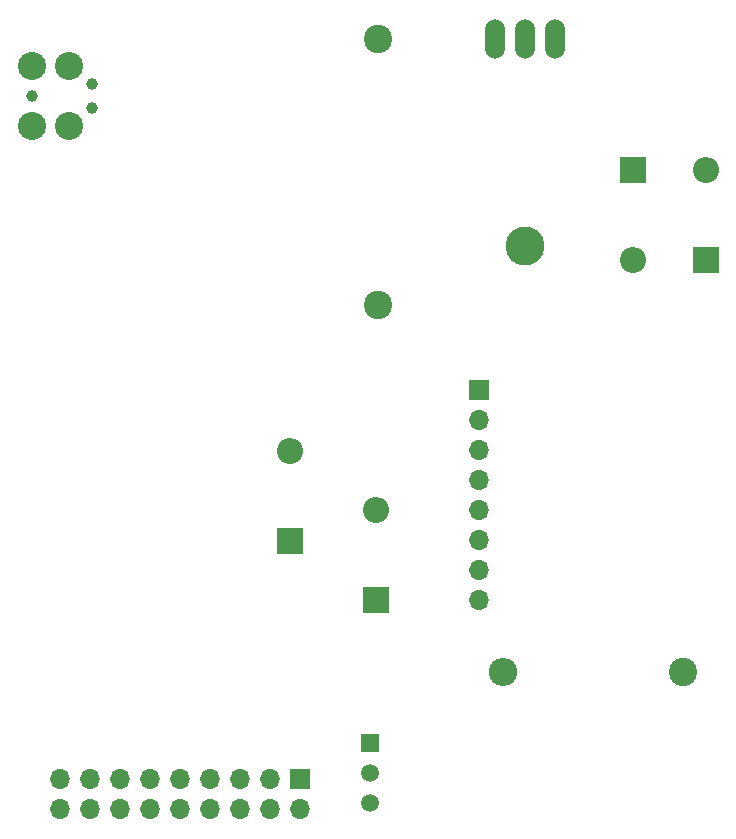
<source format=gbs>
G04 #@! TF.GenerationSoftware,KiCad,Pcbnew,(7.0.0-0)*
G04 #@! TF.CreationDate,2023-03-22T08:14:14+00:00*
G04 #@! TF.ProjectId,ESP_AC_CDI_1,4553505f-4143-45f4-9344-495f312e6b69,rev?*
G04 #@! TF.SameCoordinates,Original*
G04 #@! TF.FileFunction,Soldermask,Bot*
G04 #@! TF.FilePolarity,Negative*
%FSLAX46Y46*%
G04 Gerber Fmt 4.6, Leading zero omitted, Abs format (unit mm)*
G04 Created by KiCad (PCBNEW (7.0.0-0)) date 2023-03-22 08:14:14*
%MOMM*%
%LPD*%
G01*
G04 APERTURE LIST*
%ADD10O,2.200000X2.200000*%
%ADD11R,2.200000X2.200000*%
%ADD12C,1.498600*%
%ADD13R,1.498600X1.498600*%
%ADD14C,3.302000*%
%ADD15O,1.676400X3.352800*%
%ADD16C,2.400000*%
%ADD17R,1.700000X1.700000*%
%ADD18O,1.700000X1.700000*%
%ADD19O,2.400000X2.400000*%
%ADD20C,2.374900*%
%ADD21C,0.990600*%
G04 APERTURE END LIST*
D10*
X226609999Y-94609999D03*
D11*
X226609999Y-102229999D03*
X220429999Y-94609999D03*
D10*
X220429999Y-102229999D03*
D11*
X191439999Y-125999999D03*
D10*
X191439999Y-118379999D03*
D11*
X198669999Y-130949999D03*
D10*
X198669999Y-123329999D03*
D12*
X198175000Y-148165000D03*
X198175000Y-145625000D03*
D13*
X198174999Y-143084999D03*
D14*
X211290000Y-101026000D03*
D15*
X211289999Y-83499999D03*
X213829999Y-83499999D03*
X208749999Y-83499999D03*
D16*
X198900000Y-83490000D03*
X198900000Y-105990000D03*
D17*
X192249999Y-146134999D03*
D18*
X192249999Y-148674999D03*
X189709999Y-146134999D03*
X189709999Y-148674999D03*
X187169999Y-146134999D03*
X187169999Y-148674999D03*
X184629999Y-146134999D03*
X184629999Y-148674999D03*
X182089999Y-146134999D03*
X182089999Y-148674999D03*
X179549999Y-146134999D03*
X179549999Y-148674999D03*
X177009999Y-146134999D03*
X177009999Y-148674999D03*
X174469999Y-146134999D03*
X174469999Y-148674999D03*
X171929999Y-146134999D03*
X171929999Y-148674999D03*
D16*
X224710000Y-137110000D03*
D19*
X209469999Y-137109999D03*
D20*
X169540000Y-85805000D03*
D21*
X169540000Y-88345000D03*
D20*
X169540000Y-90885000D03*
X172715000Y-85805000D03*
X172715000Y-90885000D03*
D21*
X174620000Y-87329000D03*
X174620000Y-89361000D03*
D17*
X207414999Y-113214999D03*
D18*
X207414999Y-115754999D03*
X207414999Y-118294999D03*
X207414999Y-120834999D03*
X207414999Y-123374999D03*
X207414999Y-125914999D03*
X207414999Y-128454999D03*
X207414999Y-130994999D03*
M02*

</source>
